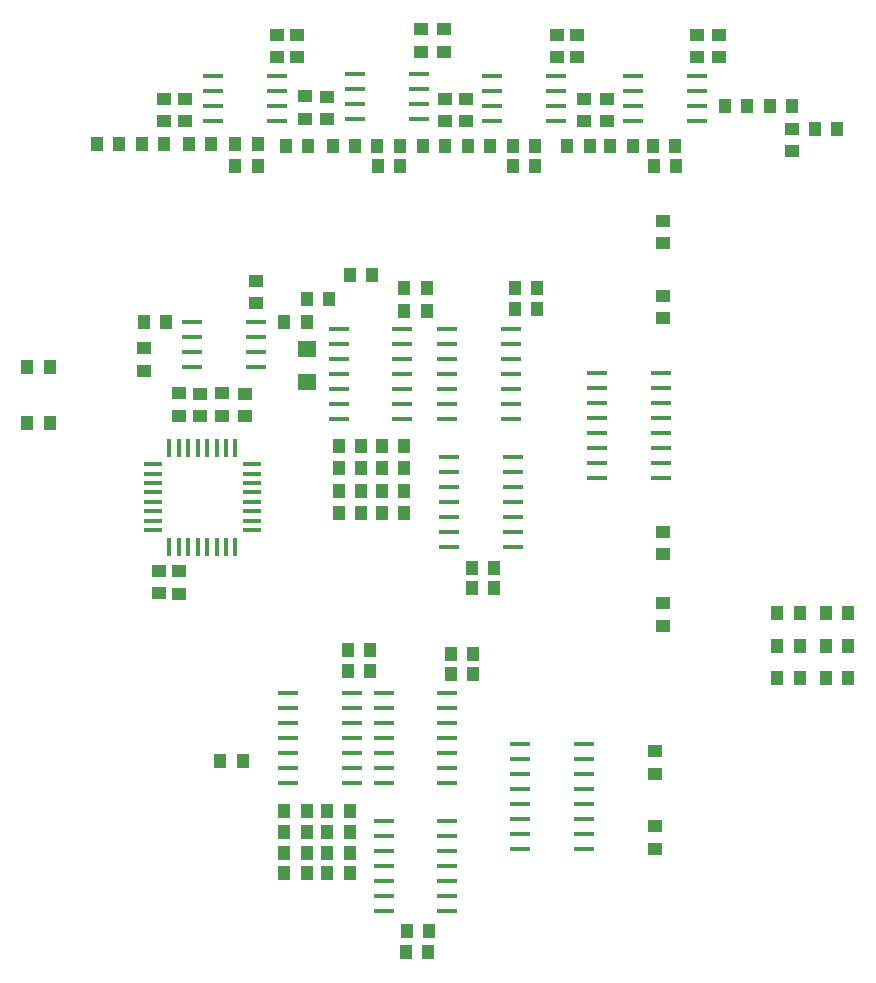
<source format=gbr>
G04 DipTrace 3.3.1.3*
G04 TopPaste.gbr*
%MOIN*%
G04 #@! TF.FileFunction,Paste,Top*
G04 #@! TF.Part,Single*
%ADD50R,0.059049X0.011805*%
%ADD52R,0.011805X0.059049*%
%ADD54R,0.07086X0.015742*%
%ADD76R,0.062986X0.055112*%
%ADD78R,0.043301X0.051175*%
%ADD80R,0.051175X0.043301*%
%FSLAX26Y26*%
G04*
G70*
G90*
G75*
G01*
G04 TopPaste*
%LPD*%
D80*
X3071847Y3563659D3*
Y3488856D3*
X3145213Y3563758D3*
Y3488955D3*
D78*
X1070163Y3201258D3*
X1144966D3*
X2007713Y3126259D3*
X2082516D3*
X2457713Y3126258D3*
X2532516D3*
D80*
X2301462Y3351258D3*
Y3276455D3*
X2232712Y3351258D3*
Y3276455D3*
X2770213Y3351258D3*
Y3276455D3*
X2695312Y3351356D3*
Y3276553D3*
D78*
X2926462Y3126258D3*
X3001266D3*
D80*
X2603098Y3563659D3*
Y3488856D3*
X2670212Y3563758D3*
Y3488955D3*
X3388913Y3176259D3*
Y3251062D3*
X1838962Y3357508D3*
Y3282705D3*
X1363913Y3351258D3*
Y3276455D3*
X1295163Y3351258D3*
Y3276455D3*
X1670163Y3563758D3*
Y3488955D3*
X1738913Y3563758D3*
Y3488955D3*
D78*
X1532663Y3126258D3*
X1607466D3*
D80*
X1563962Y2368276D3*
Y2293473D3*
X1488962Y2370008D3*
Y2295205D3*
X1763962Y3359241D3*
Y3284438D3*
X2151364Y3582410D3*
Y3507607D3*
X2226462Y3582508D3*
Y3507705D3*
X1413961Y2368276D3*
Y2293473D3*
X1345212Y2370008D3*
Y2295205D3*
X1345210Y1701260D3*
Y1776064D3*
X1276461Y1702993D3*
Y1777796D3*
D78*
X913961Y2457508D3*
X839158D3*
X913961Y2270008D3*
X839158D3*
X1982712Y1445008D3*
X1907909D3*
X1982909Y1513759D3*
X1908106D3*
X2095212Y2720008D3*
X2170015D3*
X2095212Y2645008D3*
X2170015D3*
D80*
X1226461Y2520008D3*
Y2445205D3*
D76*
X1770212Y2407508D3*
Y2517745D3*
D78*
X2463962Y2651259D3*
X2538766D3*
X2463962Y2720008D3*
X2538766D3*
X2320212Y1788758D3*
X2395015D3*
X2320212Y1720008D3*
X2395015D3*
X2103196Y576259D3*
X2177999D3*
X2101462Y507508D3*
X2176266D3*
X2251462Y1432508D3*
X2326266D3*
X2251462Y1501259D3*
X2326266D3*
X1876462Y2120008D3*
X1951266D3*
X1876462Y2195008D3*
X1951266D3*
X1876462Y2045008D3*
X1951266D3*
X1876462Y1970008D3*
X1951266D3*
X1913764Y770008D3*
X1838961D3*
X1913764Y838758D3*
X1838961D3*
X1913961Y907508D3*
X1839158D3*
X1913961Y976259D3*
X1839158D3*
X3413962Y1420008D3*
X3339159D3*
X3338962Y1526258D3*
X3413766D3*
X3338962Y1638759D3*
X3413766D3*
X2307713Y3195008D3*
X2382516D3*
X2457713D3*
X2532516D3*
X2782812D3*
X2857615D3*
X2924829D3*
X2999632D3*
X3314011Y3326258D3*
X3388814D3*
X1220163Y3201258D3*
X1294966D3*
X2157713Y3195008D3*
X2232516D3*
X2638962D3*
X2713766D3*
X3163914Y3326258D3*
X3238717D3*
X1857713Y3195008D3*
X1932516D3*
X1701462D3*
X1776266D3*
X2006078D3*
X2080881D3*
X1532663Y3201258D3*
X1607466D3*
X1376414D3*
X1451217D3*
X1770212Y2682508D3*
X1845015D3*
X2020212Y2195008D3*
X2095015D3*
X2020212Y2120008D3*
X2095015D3*
X2020212Y2045008D3*
X2095015D3*
X2020212Y1970008D3*
X2095015D3*
X1770210Y770008D3*
X1695407D3*
X1770210Y838759D3*
X1695407D3*
X1770210Y907508D3*
X1695407D3*
X1770210Y976259D3*
X1695407D3*
X3463914Y3251258D3*
X3538717D3*
X1226462Y2607508D3*
X1301266D3*
D80*
X1601462Y2670008D3*
Y2744812D3*
D78*
X1770212Y2607508D3*
X1695409D3*
X1988961Y2763758D3*
X1914158D3*
X1557712Y1145008D3*
X1482909D3*
D80*
X2957713Y2945008D3*
Y2870205D3*
Y2695008D3*
Y2620205D3*
Y1907508D3*
Y1832705D3*
Y1670008D3*
Y1595205D3*
X2932713Y1176258D3*
Y1101455D3*
Y926258D3*
Y851455D3*
D78*
X3501462Y1420008D3*
X3576266D3*
X3501462Y1526258D3*
X3576266D3*
X3501462Y1638759D3*
X3576266D3*
D54*
X2857663Y3426258D3*
Y3376258D3*
Y3326258D3*
Y3276258D3*
X3070262D3*
Y3326258D3*
Y3376258D3*
Y3426258D3*
X1457613D3*
Y3376258D3*
Y3326258D3*
Y3276258D3*
X1670212D3*
Y3326258D3*
Y3376258D3*
Y3426258D3*
X1932663Y3432508D3*
Y3382508D3*
Y3332508D3*
Y3282508D3*
X2145262D3*
Y3332508D3*
Y3382508D3*
Y3432508D3*
X2738962Y2438758D3*
Y2388758D3*
Y2338758D3*
Y2288758D3*
Y2238758D3*
Y2188758D3*
Y2138758D3*
Y2088758D3*
X2951561D3*
Y2138758D3*
Y2188758D3*
Y2238758D3*
Y2288758D3*
Y2338758D3*
Y2388758D3*
Y2438758D3*
X2388914Y3426258D3*
Y3376258D3*
Y3326258D3*
Y3276258D3*
X2601512D3*
Y3326258D3*
Y3376258D3*
Y3426258D3*
D52*
X1532712Y2188758D3*
X1501216D3*
X1469720D3*
X1438224D3*
X1406728D3*
X1375231D3*
X1343735D3*
X1312239D3*
D50*
X1257121Y2133640D3*
Y2102144D3*
Y2070648D3*
Y2039151D3*
Y2007655D3*
Y1976159D3*
Y1944663D3*
Y1913167D3*
D52*
X1312239Y1858049D3*
X1343735D3*
X1375231D3*
X1406728D3*
X1438224D3*
X1469720D3*
X1501216D3*
X1532712D3*
D50*
X1587830Y1913167D3*
Y1944663D3*
Y1976159D3*
Y2007655D3*
Y2039151D3*
Y2070648D3*
Y2102144D3*
Y2133640D3*
D54*
X2482713Y1201258D3*
Y1151258D3*
Y1101258D3*
Y1051258D3*
Y1001258D3*
Y951258D3*
Y901258D3*
Y851258D3*
X2695312D3*
Y901258D3*
Y951258D3*
Y1001258D3*
Y1051258D3*
Y1101258D3*
Y1151258D3*
Y1201258D3*
X1876462Y2582508D3*
Y2532508D3*
Y2482508D3*
Y2432508D3*
Y2382508D3*
Y2332508D3*
Y2282508D3*
X2089061D3*
Y2332508D3*
Y2382508D3*
Y2432508D3*
Y2482508D3*
Y2532508D3*
Y2582508D3*
X1707713Y1370008D3*
Y1320008D3*
Y1270008D3*
Y1220008D3*
Y1170008D3*
Y1120008D3*
Y1070008D3*
X1920312D3*
Y1120008D3*
Y1170008D3*
Y1220008D3*
Y1270008D3*
Y1320008D3*
Y1370008D3*
X2238913Y2582508D3*
Y2532508D3*
Y2482508D3*
Y2432508D3*
Y2382508D3*
Y2332508D3*
Y2282508D3*
X2451511D3*
Y2332508D3*
Y2382508D3*
Y2432508D3*
Y2482508D3*
Y2532508D3*
Y2582508D3*
X2026462Y945008D3*
Y895008D3*
Y845008D3*
Y795008D3*
Y745008D3*
Y695008D3*
Y645008D3*
X2239061D3*
Y695008D3*
Y745008D3*
Y795008D3*
Y845008D3*
Y895008D3*
Y945008D3*
X1388962Y2607508D3*
Y2557508D3*
Y2507508D3*
Y2457508D3*
X1601561D3*
Y2507508D3*
Y2557508D3*
Y2607508D3*
X2026462Y1370008D3*
Y1320008D3*
Y1270008D3*
Y1220008D3*
Y1170008D3*
Y1120008D3*
Y1070008D3*
X2239061D3*
Y1120008D3*
Y1170008D3*
Y1220008D3*
Y1270008D3*
Y1320008D3*
Y1370008D3*
X2245212Y2157508D3*
Y2107508D3*
Y2057508D3*
Y2007508D3*
Y1957508D3*
Y1907508D3*
Y1857508D3*
X2457810D3*
Y1907508D3*
Y1957508D3*
Y2007508D3*
Y2057508D3*
Y2107508D3*
Y2157508D3*
M02*

</source>
